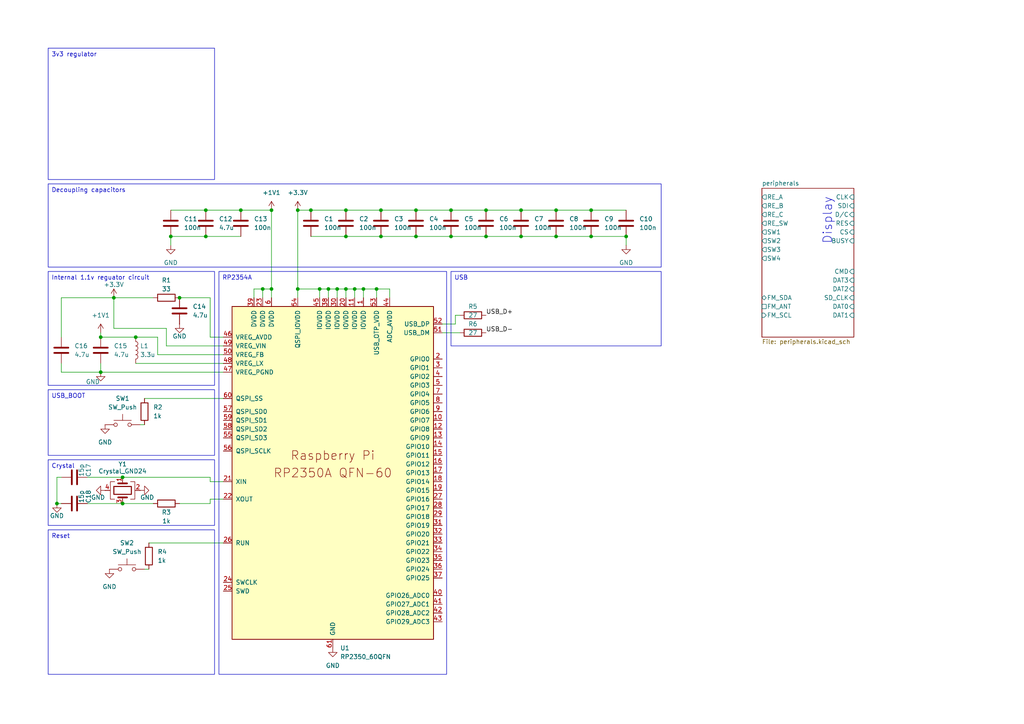
<source format=kicad_sch>
(kicad_sch (version 20250114) (generator "eeschema") (generator_version "9.0")
  (paper "A4")
  (title_block (title "miPi") (rev "0.1") (company "Christian Spînu"))
  (lib_symbols
    (symbol "Device:C" (pin_numbers (hide yes)) (pin_names (offset 0.254))
      (property "Reference" "C" (at 0.635 2.54 0))
      (property "Value" "C" (at 0.635 -2.54 0))
      (symbol "C_0_1"
        (polyline (pts (xy -2.032 0.762) (xy 2.032 0.762)) (stroke (width 0.508)))
        (polyline (pts (xy -2.032 -0.762) (xy 2.032 -0.762)) (stroke (width 0.508)))
      )
      (symbol "C_1_1"
        (pin passive line (at 0 3.81 270) (length 2.794) (name "~") (number "1"))
        (pin passive line (at 0 -3.81 90) (length 2.794) (name "~") (number "2"))
      )
    )
    (symbol "Device:Crystal_GND24" (pin_names (offset 1.016) (hide yes))
      (property "Reference" "Y" (at 3.175 5.08 0))
      (property "Value" "Crystal_GND24" (at 3.175 3.175 0))
      (symbol "Crystal_GND24_0_1"
        (polyline (pts (xy -2.54 2.286) (xy -2.54 3.556) (xy 2.54 3.556) (xy 2.54 2.286)))
        (polyline (pts (xy -2.54 0) (xy -2.032 0)))
        (polyline (pts (xy -2.54 -2.286) (xy -2.54 -3.556) (xy 2.54 -3.556) (xy 2.54 -2.286)))
        (polyline (pts (xy -2.032 -1.27) (xy -2.032 1.27)) (stroke (width 0.508)))
        (rectangle (start -1.143 2.54) (end 1.143 -2.54) (stroke (width 0.3048)))
        (polyline (pts (xy 0 3.556) (xy 0 3.81)))
        (polyline (pts (xy 0 -3.81) (xy 0 -3.556)))
        (polyline (pts (xy 2.032 0) (xy 2.54 0)))
        (polyline (pts (xy 2.032 -1.27) (xy 2.032 1.27)) (stroke (width 0.508)))
      )
      (symbol "Crystal_GND24_1_1"
        (pin passive line (at -3.81 0 0) (length 1.27) (name "1") (number "1"))
        (pin passive line (at 0 5.08 270) (length 1.27) (name "2") (number "2"))
        (pin passive line (at 0 -5.08 90) (length 1.27) (name "4") (number "4"))
        (pin passive line (at 3.81 0 180) (length 1.27) (name "3") (number "3"))
      )
    )
    (symbol "Device:L" (pin_numbers (hide yes)) (pin_names (offset 1.016) (hide yes))
      (property "Reference" "L" (at -1.27 0 90))
      (property "Value" "L" (at 1.905 0 90))
      (symbol "L_0_1"
        (arc (start 0 2.54) (mid 0.6323 1.905) (end 0 1.27))
        (arc (start 0 1.27) (mid 0.6323 0.635) (end 0 0))
        (arc (start 0 0) (mid 0.6323 -0.635) (end 0 -1.27))
        (arc (start 0 -1.27) (mid 0.6323 -1.905) (end 0 -2.54))
      )
      (symbol "L_1_1"
        (pin passive line (at 0 3.81 270) (length 1.27) (name "1") (number "1"))
        (pin passive line (at 0 -3.81 90) (length 1.27) (name "2") (number "2"))
      )
    )
    (symbol "Device:R" (pin_numbers (hide yes)) (pin_names (offset 0))
      (property "Reference" "R" (at 2.032 0 90))
      (property "Value" "R" (at 0 0 90))
      (symbol "R_0_1"
        (rectangle (start -1.016 -2.54) (end 1.016 2.54) (stroke (width 0.254)))
      )
      (symbol "R_1_1"
        (pin passive line (at 0 3.81 270) (length 1.27) (name "~") (number "1"))
        (pin passive line (at 0 -3.81 90) (length 1.27) (name "~") (number "2"))
      )
    )
    (symbol "Switch:SW_Push" (pin_numbers (hide yes)) (pin_names (offset 1.016) (hide yes))
      (property "Reference" "SW" (at 1.27 2.54 0))
      (property "Value" "SW_Push" (at 0 -1.524 0))
      (symbol "SW_Push_0_1"
        (circle (center -2.032 0) (radius 0.508))
        (polyline (pts (xy 0 1.27) (xy 0 3.048)))
        (circle (center 2.032 0) (radius 0.508))
        (polyline (pts (xy 2.54 1.27) (xy -2.54 1.27)))
        (pin passive line (at -5.08 0 0) (length 2.54) (name "1") (number "1"))
        (pin passive line (at 5.08 0 180) (length 2.54) (name "2") (number "2"))
      )
    )
    (symbol "USER Library:RP2350_60QFN" (pin_names (offset 1.016))
      (property "Reference" "U" (at -29.21 49.53 0))
      (property "Value" "RP2350_60QFN" (at 24.13 -49.53 0))
      (symbol "RP2350_60QFN_0_0"
        (text "Raspberry Pi" (at 0 5.08 0) (effects (font (size 2.54 2.54))))
      )
      (symbol "RP2350_60QFN_0_1"
        (rectangle (start 29.21 48.26) (end -29.21 -48.26) (stroke (width 0.254)) (fill (type background)))
      )
      (symbol "RP2350_60QFN_1_0"
        (text "RP2350A QFN-60" (at 0 0 0) (effects (font (size 2.54 2.54))))
      )
      (symbol "RP2350_60QFN_1_1"
        (pin power_in line (at -31.75 39.37 0) (length 2.54) (name "VREG_AVDD") (number "46"))
        (pin power_in line (at -31.75 36.83 0) (length 2.54) (name "VREG_VIN") (number "49"))
        (pin input line (at -31.75 34.29 0) (length 2.54) (name "VREG_FB") (number "50"))
        (pin power_out line (at -31.75 31.75 0) (length 2.54) (name "VREG_LX") (number "48"))
        (pin power_in line (at -31.75 29.21 0) (length 2.54) (name "VREG_PGND") (number "47"))
        (pin bidirectional line (at -31.75 21.59 0) (length 2.54) (name "QSPI_SS") (number "60"))
        (pin bidirectional line (at -31.75 17.78 0) (length 2.54) (name "QSPI_SD0") (number "57"))
        (pin bidirectional line (at -31.75 15.24 0) (length 2.54) (name "QSPI_SD1") (number "59"))
        (pin bidirectional line (at -31.75 12.7 0) (length 2.54) (name "QSPI_SD2") (number "58"))
        (pin bidirectional line (at -31.75 10.16 0) (length 2.54) (name "QSPI_SD3") (number "55"))
        (pin output line (at -31.75 6.35 0) (length 2.54) (name "QSPI_SCLK") (number "56"))
        (pin input line (at -31.75 -2.54 0) (length 2.54) (name "XIN") (number "21"))
        (pin passive line (at -31.75 -7.62 0) (length 2.54) (name "XOUT") (number "22"))
        (pin input line (at -31.75 -20.32 0) (length 2.54) (name "RUN") (number "26"))
        (pin output line (at -31.75 -31.75 0) (length 2.54) (name "SWCLK") (number "24"))
        (pin bidirectional line (at -31.75 -34.29 0) (length 2.54) (name "SWD") (number "25"))
        (pin power_in line (at -22.86 50.8 270) (length 2.54) (name "DVDD") (number "39"))
        (pin power_in line (at -20.32 50.8 270) (length 2.54) (name "DVDD") (number "23"))
        (pin power_in line (at -17.78 50.8 270) (length 2.54) (name "DVDD") (number "6"))
        (pin power_in line (at -10.16 50.8 270) (length 2.54) (name "QSPI_IOVDD") (number "54"))
        (pin power_in line (at -3.81 50.8 270) (length 2.54) (name "IOVDD") (number "45"))
        (pin power_in line (at -1.27 50.8 270) (length 2.54) (name "IOVDD") (number "38"))
        (pin power_in line (at 0 -50.8 90) (length 2.54) (name "GND") (number "61"))
        (pin power_in line (at 1.27 50.8 270) (length 2.54) (name "IOVDD") (number "30"))
        (pin power_in line (at 3.81 50.8 270) (length 2.54) (name "IOVDD") (number "20"))
        (pin power_in line (at 6.35 50.8 270) (length 2.54) (name "IOVDD") (number "11"))
        (pin power_in line (at 8.89 50.8 270) (length 2.54) (name "IOVDD") (number "1"))
        (pin power_in line (at 12.7 50.8 270) (length 2.54) (name "USB_OTP_VDD") (number "53"))
        (pin power_in line (at 16.51 50.8 270) (length 2.54) (name "ADC_AVDD") (number "44"))
        (pin bidirectional line (at 31.75 43.18 180) (length 2.54) (name "USB_DP") (number "52"))
        (pin bidirectional line (at 31.75 40.64 180) (length 2.54) (name "USB_DM") (number "51"))
        (pin bidirectional line (at 31.75 33.02 180) (length 2.54) (name "GPIO0") (number "2"))
        (pin bidirectional line (at 31.75 30.48 180) (length 2.54) (name "GPIO1") (number "3"))
        (pin bidirectional line (at 31.75 27.94 180) (length 2.54) (name "GPIO2") (number "4"))
        (pin bidirectional line (at 31.75 25.4 180) (length 2.54) (name "GPIO3") (number "5"))
        (pin bidirectional line (at 31.75 22.86 180) (length 2.54) (name "GPIO4") (number "7"))
        (pin bidirectional line (at 31.75 20.32 180) (length 2.54) (name "GPIO5") (number "8"))
        (pin bidirectional line (at 31.75 17.78 180) (length 2.54) (name "GPIO6") (number "9"))
        (pin bidirectional line (at 31.75 15.24 180) (length 2.54) (name "GPIO7") (number "10"))
        (pin bidirectional line (at 31.75 12.7 180) (length 2.54) (name "GPIO8") (number "12"))
        (pin bidirectional line (at 31.75 10.16 180) (length 2.54) (name "GPIO9") (number "13"))
        (pin bidirectional line (at 31.75 7.62 180) (length 2.54) (name "GPIO10") (number "14"))
        (pin bidirectional line (at 31.75 5.08 180) (length 2.54) (name "GPIO11") (number "15"))
        (pin bidirectional line (at 31.75 2.54 180) (length 2.54) (name "GPIO12") (number "16"))
        (pin bidirectional line (at 31.75 0 180) (length 2.54) (name "GPIO13") (number "17"))
        (pin bidirectional line (at 31.75 -2.54 180) (length 2.54) (name "GPIO14") (number "18"))
        (pin bidirectional line (at 31.75 -5.08 180) (length 2.54) (name "GPIO15") (number "19"))
        (pin bidirectional line (at 31.75 -7.62 180) (length 2.54) (name "GPIO16") (number "27"))
        (pin bidirectional line (at 31.75 -10.16 180) (length 2.54) (name "GPIO17") (number "28"))
        (pin bidirectional line (at 31.75 -12.7 180) (length 2.54) (name "GPIO18") (number "29"))
        (pin bidirectional line (at 31.75 -15.24 180) (length 2.54) (name "GPIO19") (number "31"))
        (pin bidirectional line (at 31.75 -17.78 180) (length 2.54) (name "GPIO20") (number "32"))
        (pin bidirectional line (at 31.75 -20.32 180) (length 2.54) (name "GPIO21") (number "33"))
        (pin bidirectional line (at 31.75 -22.86 180) (length 2.54) (name "GPIO22") (number "34"))
        (pin bidirectional line (at 31.75 -25.4 180) (length 2.54) (name "GPIO23") (number "35"))
        (pin bidirectional line (at 31.75 -27.94 180) (length 2.54) (name "GPIO24") (number "36"))
        (pin bidirectional line (at 31.75 -30.48 180) (length 2.54) (name "GPIO25") (number "37"))
        (pin bidirectional line (at 31.75 -35.56 180) (length 2.54) (name "GPIO26_ADC0") (number "40"))
        (pin bidirectional line (at 31.75 -38.1 180) (length 2.54) (name "GPIO27_ADC1") (number "41"))
        (pin bidirectional line (at 31.75 -40.64 180) (length 2.54) (name "GPIO28_ADC2") (number "42"))
        (pin bidirectional line (at 31.75 -43.18 180) (length 2.54) (name "GPIO29_ADC3") (number "43"))
      )
    )
    (symbol "power:+1V1" (power) (pin_numbers (hide yes)) (pin_names (offset 0) (hide yes))
      (property "Value" "+1V1" (at 0 3.556 0))
      (symbol "+1V1_0_1"
        (polyline (pts (xy -0.762 1.27) (xy 0 2.54)))
        (polyline (pts (xy 0 2.54) (xy 0.762 1.27)))
        (polyline (pts (xy 0 0) (xy 0 2.54)))
      )
      (symbol "+1V1_1_1"
        (pin power_in line (at 0 0 90) (length 0) (name "~") (number "1"))
      )
    )
    (symbol "power:+3.3V" (power) (pin_numbers (hide yes)) (pin_names (offset 0) (hide yes))
      (property "Value" "+3.3V" (at 0 3.556 0))
      (symbol "+3.3V_0_1"
        (polyline (pts (xy -0.762 1.27) (xy 0 2.54)))
        (polyline (pts (xy 0 2.54) (xy 0.762 1.27)))
        (polyline (pts (xy 0 0) (xy 0 2.54)))
      )
      (symbol "+3.3V_1_1"
        (pin power_in line (at 0 0 90) (length 0) (name "~") (number "1"))
      )
    )
    (symbol "power:GND" (power) (pin_numbers (hide yes)) (pin_names (offset 0) (hide yes))
      (property "Value" "GND" (at 0 -3.81 0))
      (symbol "GND_0_1"
        (polyline (pts (xy 0 0) (xy 0 -1.27) (xy 1.27 -1.27) (xy 0 -2.54) (xy -1.27 -1.27) (xy 0 -1.27)))
      )
      (symbol "GND_1_1"
        (pin power_in line (at 0 0 270) (length 0) (name "~") (number "1"))
      )
    )
  )
  (text "Display" (at 240.03 64.008 90) (effects (font (size 2.54 2.54))))
  (text_box "USB" (at 130.81 78.74 0) (size 60.96 21.59) (margins 0.9525 0.9525 0.9525 0.9525) (effects (font (size 1.27 1.27)) (justify left top)))
  (text_box "Decoupling capacitors" (at 13.97 53.34 0) (size 177.8 24.13) (margins 0.9525 0.9525 0.9525 0.9525) (effects (font (size 1.27 1.27)) (justify left top)))
  (text_box "USB_BOOT" (at 13.97 113.03 0) (size 48.26 19.05) (margins 0.9525 0.9525 0.9525 0.9525) (effects (font (size 1.27 1.27)) (justify left top)))
  (text_box "Crystal\n" (at 13.97 133.35 0) (size 48.26 19.05) (margins 0.9525 0.9525 0.9525 0.9525) (effects (font (size 1.27 1.27)) (justify left top)))
  (text_box "RP2354A" (at 63.5 78.74 0) (size 66.04 116.84) (margins 0.9525 0.9525 0.9525 0.9525) (effects (font (size 1.27 1.27)) (justify left top)))
  (text_box "3v3 regulator" (at 13.97 13.97 0) (size 48.26 38.1) (margins 0.9525 0.9525 0.9525 0.9525) (effects (font (size 1.27 1.27)) (justify left top)))
  (text_box "Internal 1.1v reguator circuit" (at 13.97 78.74 0) (size 48.26 33.02) (margins 0.9525 0.9525 0.9525 0.9525) (effects (font (size 1.27 1.27)) (justify left top)))
  (text_box "Reset" (at 13.97 153.67 0) (size 48.26 41.91) (margins 0.9525 0.9525 0.9525 0.9525) (effects (font (size 1.27 1.27)) (justify left top)))
  (junction (at 35.56 146.05))
  (junction (at 100.33 60.96))
  (junction (at 110.49 68.58))
  (junction (at 161.29 60.96))
  (junction (at 181.61 68.58))
  (junction (at 151.13 68.58))
  (junction (at 59.69 60.96))
  (junction (at 86.36 83.82))
  (junction (at 33.02 86.36))
  (junction (at 78.74 60.96))
  (junction (at 86.36 60.96))
  (junction (at 120.65 60.96))
  (junction (at 92.71 83.82))
  (junction (at 49.53 68.58))
  (junction (at 102.87 83.82))
  (junction (at 140.97 60.96))
  (junction (at 69.85 60.96))
  (junction (at 151.13 60.96))
  (junction (at 100.33 83.82))
  (junction (at 90.17 60.96))
  (junction (at 130.81 68.58))
  (junction (at 29.21 107.95))
  (junction (at 130.81 60.96))
  (junction (at 140.97 68.58))
  (junction (at 97.79 83.82))
  (junction (at 29.21 97.79))
  (junction (at 16.51 146.05))
  (junction (at 76.2 83.82))
  (junction (at 171.45 60.96))
  (junction (at 59.69 68.58))
  (junction (at 35.56 138.43))
  (junction (at 100.33 68.58))
  (junction (at 39.37 97.79))
  (junction (at 110.49 60.96))
  (junction (at 161.29 68.58))
  (junction (at 120.65 68.58))
  (junction (at 52.07 86.36))
  (junction (at 109.22 83.82))
  (junction (at 78.74 83.82))
  (junction (at 171.45 68.58))
  (junction (at 95.25 83.82))
  (junction (at 105.41 83.82))
  (wire (pts (xy 140.97 60.96) (xy 151.13 60.96)))
  (wire (pts (xy 48.26 100.33) (xy 64.77 100.33)))
  (wire (pts (xy 29.21 96.52) (xy 29.21 97.79)))
  (wire (pts (xy 64.77 139.7) (xy 60.96 139.7)))
  (wire (pts (xy 110.49 68.58) (xy 120.65 68.58)))
  (wire (pts (xy 49.53 60.96) (xy 59.69 60.96)))
  (wire (pts (xy 113.03 83.82) (xy 113.03 86.36)))
  (wire (pts (xy 100.33 83.82) (xy 97.79 83.82)))
  (wire (pts (xy 128.27 96.52) (xy 133.35 96.52)))
  (wire (pts (xy 29.21 107.95) (xy 29.21 105.41)))
  (wire (pts (xy 86.36 86.36) (xy 86.36 83.82)))
  (wire (pts (xy 43.18 157.48) (xy 64.77 157.48)))
  (wire (pts (xy 48.26 100.33) (xy 48.26 95.25)))
  (wire (pts (xy 45.72 102.87) (xy 64.77 102.87)))
  (wire (pts (xy 33.02 95.25) (xy 33.02 86.36)))
  (wire (pts (xy 105.41 83.82) (xy 109.22 83.82)))
  (wire (pts (xy 78.74 60.96) (xy 78.74 83.82)))
  (wire (pts (xy 95.25 83.82) (xy 97.79 83.82)))
  (wire (pts (xy 151.13 60.96) (xy 161.29 60.96)))
  (wire (pts (xy 95.25 83.82) (xy 95.25 86.36)))
  (wire (pts (xy 120.65 68.58) (xy 130.81 68.58)))
  (wire (pts (xy 52.07 86.36) (xy 60.96 86.36)))
  (wire (pts (xy 60.96 97.79) (xy 60.96 86.36)))
  (wire (pts (xy 181.61 68.58) (xy 181.61 71.12)))
  (wire (pts (xy 35.56 138.43) (xy 60.96 138.43)))
  (wire (pts (xy 102.87 86.36) (xy 102.87 83.82)))
  (wire (pts (xy 76.2 83.82) (xy 76.2 86.36)))
  (wire (pts (xy 16.51 146.05) (xy 17.78 146.05)))
  (wire (pts (xy 41.91 165.1) (xy 43.18 165.1)))
  (wire (pts (xy 17.78 107.95) (xy 17.78 105.41)))
  (wire (pts (xy 45.72 97.79) (xy 45.72 102.87)))
  (wire (pts (xy 161.29 60.96) (xy 171.45 60.96)))
  (wire (pts (xy 29.21 107.95) (xy 17.78 107.95)))
  (wire (pts (xy 25.4 138.43) (xy 35.56 138.43)))
  (wire (pts (xy 105.41 83.82) (xy 105.41 86.36)))
  (wire (pts (xy 64.77 144.78) (xy 60.96 144.78)))
  (wire (pts (xy 41.91 115.57) (xy 64.77 115.57)))
  (wire (pts (xy 102.87 83.82) (xy 100.33 83.82)))
  (wire (pts (xy 76.2 83.82) (xy 73.66 83.82)))
  (wire (pts (xy 130.81 68.58) (xy 140.97 68.58)))
  (wire (pts (xy 100.33 68.58) (xy 110.49 68.58)))
  (wire (pts (xy 132.08 91.44) (xy 132.08 93.98)))
  (wire (pts (xy 171.45 60.96) (xy 181.61 60.96)))
  (wire (pts (xy 60.96 97.79) (xy 64.77 97.79)))
  (wire (pts (xy 100.33 60.96) (xy 110.49 60.96)))
  (wire (pts (xy 140.97 68.58) (xy 151.13 68.58)))
  (wire (pts (xy 86.36 60.96) (xy 90.17 60.96)))
  (wire (pts (xy 78.74 83.82) (xy 76.2 83.82)))
  (wire (pts (xy 39.37 97.79) (xy 45.72 97.79)))
  (wire (pts (xy 49.53 68.58) (xy 49.53 71.12)))
  (wire (pts (xy 92.71 83.82) (xy 92.71 86.36)))
  (wire (pts (xy 90.17 60.96) (xy 100.33 60.96)))
  (wire (pts (xy 97.79 83.82) (xy 97.79 86.36)))
  (wire (pts (xy 16.51 138.43) (xy 16.51 146.05)))
  (wire (pts (xy 49.53 68.58) (xy 59.69 68.58)))
  (wire (pts (xy 48.26 95.25) (xy 33.02 95.25)))
  (wire (pts (xy 39.37 105.41) (xy 64.77 105.41)))
  (wire (pts (xy 110.49 60.96) (xy 120.65 60.96)))
  (wire (pts (xy 25.4 146.05) (xy 35.56 146.05)))
  (wire (pts (xy 151.13 68.58) (xy 161.29 68.58)))
  (wire (pts (xy 86.36 83.82) (xy 92.71 83.82)))
  (wire (pts (xy 40.64 123.19) (xy 41.91 123.19)))
  (wire (pts (xy 102.87 83.82) (xy 105.41 83.82)))
  (wire (pts (xy 44.45 86.36) (xy 33.02 86.36)))
  (wire (pts (xy 90.17 68.58) (xy 100.33 68.58)))
  (wire (pts (xy 60.96 139.7) (xy 60.96 138.43)))
  (wire (pts (xy 59.69 60.96) (xy 69.85 60.96)))
  (wire (pts (xy 29.21 107.95) (xy 64.77 107.95)))
  (wire (pts (xy 120.65 60.96) (xy 130.81 60.96)))
  (wire (pts (xy 60.96 144.78) (xy 60.96 146.05)))
  (wire (pts (xy 109.22 83.82) (xy 109.22 86.36)))
  (wire (pts (xy 161.29 68.58) (xy 171.45 68.58)))
  (wire (pts (xy 69.85 60.96) (xy 78.74 60.96)))
  (wire (pts (xy 17.78 138.43) (xy 16.51 138.43)))
  (wire (pts (xy 130.81 60.96) (xy 140.97 60.96)))
  (wire (pts (xy 17.78 86.36) (xy 17.78 97.79)))
  (wire (pts (xy 73.66 83.82) (xy 73.66 86.36)))
  (wire (pts (xy 92.71 83.82) (xy 95.25 83.82)))
  (wire (pts (xy 35.56 146.05) (xy 44.45 146.05)))
  (wire (pts (xy 52.07 146.05) (xy 60.96 146.05)))
  (wire (pts (xy 86.36 60.96) (xy 86.36 83.82)))
  (wire (pts (xy 171.45 68.58) (xy 181.61 68.58)))
  (wire (pts (xy 132.08 91.44) (xy 133.35 91.44)))
  (wire (pts (xy 109.22 83.82) (xy 113.03 83.82)))
  (wire (pts (xy 100.33 86.36) (xy 100.33 83.82)))
  (wire (pts (xy 33.02 86.36) (xy 17.78 86.36)))
  (wire (pts (xy 29.21 97.79) (xy 39.37 97.79)))
  (wire (pts (xy 132.08 93.98) (xy 128.27 93.98)))
  (wire (pts (xy 78.74 86.36) (xy 78.74 83.82)))
  (wire (pts (xy 59.69 68.58) (xy 69.85 68.58)))
  (label "USB_D+" (at 140.97 91.44 0))
  (label "USB_D-" (at 140.97 96.52 0))
  (symbol (lib_id "Switch:SW_Push") (at 35.56 123.19 0) (unit 1)
    (property "Reference" "SW1" (at 35.56 115.57 0))
    (property "Value" "SW_Push" (at 35.56 118.11 0))
    (property "Description" "Push button switch, generic, two pins" (effects (hide yes)))
  )
  (symbol (lib_id "Device:C") (at 52.07 90.17 0) (unit 1)
    (property "Reference" "C14" (at 55.88 88.8999 0) (effects (justify left)))
    (property "Value" "4.7u" (at 55.88 91.4399 0) (effects (justify left)))
    (property "Description" "Unpolarized capacitor" (effects (hide yes)))
  )
  (symbol (lib_id "Device:C") (at 49.53 64.77 0) (unit 1)
    (property "Reference" "C11" (at 53.34 63.4999 0) (effects (justify left)))
    (property "Value" "100n" (at 53.34 66.0399 0) (effects (justify left)))
    (property "Description" "Unpolarized capacitor" (effects (hide yes)))
  )
  (symbol (lib_id "power:GND") (at 40.64 142.24 90) (unit 1)
    (property "Reference" "#PWR010" (effects (hide yes)))
    (property "Value" "GND" (at 40.64 144.272 90) (effects (justify right)))
    (property "Description" "Power symbol creates a global label with name \"GND\" , ground" (effects (hide yes)))
  )
  (symbol (lib_id "Switch:SW_Push") (at 36.83 165.1 0) (unit 1)
    (property "Reference" "SW2" (at 36.83 157.48 0))
    (property "Value" "SW_Push" (at 36.83 160.02 0))
    (property "Description" "Push button switch, generic, two pins" (effects (hide yes)))
  )
  (symbol (lib_id "Device:C") (at 59.69 64.77 0) (unit 1)
    (property "Reference" "C12" (at 63.5 63.4999 0) (effects (justify left)))
    (property "Value" "4.7u" (at 63.5 66.0399 0) (effects (justify left)))
    (property "Description" "Unpolarized capacitor" (effects (hide yes)))
  )
  (symbol (lib_id "Device:C") (at 161.29 64.77 0) (unit 1)
    (property "Reference" "C8" (at 165.1 63.4999 0) (effects (justify left)))
    (property "Value" "100n" (at 165.1 66.0399 0) (effects (justify left)))
    (property "Description" "Unpolarized capacitor" (effects (hide yes)))
  )
  (symbol (lib_id "Device:R") (at 41.91 119.38 0) (unit 1)
    (property "Reference" "R2" (at 44.45 118.1099 0) (effects (justify left)))
    (property "Value" "1k" (at 44.45 120.6499 0) (effects (justify left)))
    (property "Description" "Resistor" (effects (hide yes)))
  )
  (symbol (lib_id "Device:Crystal_GND24") (at 35.56 142.24 270) (unit 1)
    (property "Reference" "Y1" (at 35.56 134.62 90))
    (property "Value" "Crystal_GND24" (at 35.56 136.652 90))
    (property "Description" "Four pin crystal, GND on pins 2 and 4" (effects (hide yes)))
  )
  (symbol (lib_id "Device:C") (at 21.59 138.43 270) (unit 1)
    (property "Reference" "C17" (at 25.654 136.398 0))
    (property "Value" "15p" (at 23.622 136.398 0))
    (property "Description" "Unpolarized capacitor" (effects (hide yes)))
  )
  (symbol (lib_id "Device:C") (at 130.81 64.77 0) (unit 1)
    (property "Reference" "C5" (at 134.62 63.4999 0) (effects (justify left)))
    (property "Value" "100n" (at 134.62 66.0399 0) (effects (justify left)))
    (property "Description" "Unpolarized capacitor" (effects (hide yes)))
  )
  (symbol (lib_id "Device:C") (at 120.65 64.77 0) (unit 1)
    (property "Reference" "C4" (at 124.46 63.4999 0) (effects (justify left)))
    (property "Value" "100n" (at 124.46 66.0399 0) (effects (justify left)))
    (property "Description" "Unpolarized capacitor" (effects (hide yes)))
  )
  (symbol (lib_id "Device:C") (at 69.85 64.77 0) (unit 1)
    (property "Reference" "C13" (at 73.66 63.4999 0) (effects (justify left)))
    (property "Value" "100n" (at 73.66 66.0399 0) (effects (justify left)))
    (property "Description" "Unpolarized capacitor" (effects (hide yes)))
  )
  (symbol (lib_id "Device:R") (at 137.16 96.52 90) (unit 1)
    (property "Reference" "R6" (at 137.16 93.98 90))
    (property "Value" "27" (at 137.16 96.52 90))
    (property "Description" "Resistor" (effects (hide yes)))
  )
  (symbol (lib_id "Device:R") (at 48.26 86.36 90) (unit 1)
    (property "Reference" "R1" (at 48.26 81.28 90))
    (property "Value" "33" (at 48.26 83.82 90))
    (property "Description" "Resistor" (effects (hide yes)))
  )
  (symbol (lib_id "power:GND") (at 31.75 165.1 0) (unit 1)
    (property "Reference" "#PWR014" (effects (hide yes)))
    (property "Value" "GND" (at 31.75 170.18 0))
    (property "Description" "Power symbol creates a global label with name \"GND\" , ground" (effects (hide yes)))
  )
  (symbol (lib_id "power:GND") (at 30.48 123.19 0) (unit 1)
    (property "Reference" "#PWR09" (effects (hide yes)))
    (property "Value" "GND" (at 30.48 128.27 0))
    (property "Description" "Power symbol creates a global label with name \"GND\" , ground" (effects (hide yes)))
  )
  (symbol (lib_id "power:+3.3V") (at 33.02 86.36 0) (unit 1)
    (property "Reference" "#PWR08" (effects (hide yes)))
    (property "Value" "+3.3V" (at 33.02 82.55 0))
    (property "Description" "Power symbol creates a global label with name \"+3.3V\"" (effects (hide yes)))
  )
  (symbol (lib_id "power:+1V1") (at 29.21 96.52 0) (unit 1)
    (property "Reference" "#PWR06" (effects (hide yes)))
    (property "Value" "+1V1" (at 29.21 91.44 0))
    (property "Description" "Power symbol creates a global label with name \"+1V1\"" (effects (hide yes)))
  )
  (symbol (lib_id "Device:C") (at 100.33 64.77 0) (unit 1)
    (property "Reference" "C2" (at 104.14 63.4999 0) (effects (justify left)))
    (property "Value" "100n" (at 104.14 66.0399 0) (effects (justify left)))
    (property "Description" "Unpolarized capacitor" (effects (hide yes)))
  )
  (symbol (lib_id "Device:C") (at 90.17 64.77 0) (unit 1)
    (property "Reference" "C1" (at 93.98 63.4999 0) (effects (justify left)))
    (property "Value" "100n" (at 93.98 66.0399 0) (effects (justify left)))
    (property "Description" "Unpolarized capacitor" (effects (hide yes)))
  )
  (symbol (lib_id "power:+1V1") (at 78.74 60.96 0) (unit 1)
    (property "Reference" "#PWR03" (effects (hide yes)))
    (property "Value" "+1V1" (at 78.74 55.88 0))
    (property "Description" "Power symbol creates a global label with name \"+1V1\"" (effects (hide yes)))
  )
  (symbol (lib_id "Device:C") (at 29.21 101.6 0) (unit 1)
    (property "Reference" "C15" (at 33.02 100.3299 0) (effects (justify left)))
    (property "Value" "4.7u" (at 33.02 102.8699 0) (effects (justify left)))
    (property "Description" "Unpolarized capacitor" (effects (hide yes)))
  )
  (symbol (lib_id "power:GND") (at 16.51 146.05 0) (unit 1)
    (property "Reference" "#PWR012" (effects (hide yes)))
    (property "Value" "GND" (at 16.51 149.606 0))
    (property "Description" "Power symbol creates a global label with name \"GND\" , ground" (effects (hide yes)))
  )
  (symbol (lib_id "Device:C") (at 151.13 64.77 0) (unit 1)
    (property "Reference" "C7" (at 154.94 63.4999 0) (effects (justify left)))
    (property "Value" "100n" (at 154.94 66.0399 0) (effects (justify left)))
    (property "Description" "Unpolarized capacitor" (effects (hide yes)))
  )
  (symbol (lib_id "Device:C") (at 171.45 64.77 0) (unit 1)
    (property "Reference" "C9" (at 175.26 63.4999 0) (effects (justify left)))
    (property "Value" "100n" (at 175.26 66.0399 0) (effects (justify left)))
    (property "Description" "Unpolarized capacitor" (effects (hide yes)))
  )
  (symbol (lib_id "Device:C") (at 17.78 101.6 0) (unit 1)
    (property "Reference" "C16" (at 21.59 100.3299 0) (effects (justify left)))
    (property "Value" "4.7u" (at 21.59 102.8699 0) (effects (justify left)))
    (property "Description" "Unpolarized capacitor" (effects (hide yes)))
  )
  (symbol (lib_id "Device:R") (at 137.16 91.44 90) (unit 1)
    (property "Reference" "R5" (at 137.16 88.9 90))
    (property "Value" "27" (at 137.16 91.44 90))
    (property "Description" "Resistor" (effects (hide yes)))
  )
  (symbol (lib_id "Device:C") (at 21.59 146.05 270) (unit 1)
    (property "Reference" "C18" (at 25.654 144.018 0))
    (property "Value" "15p" (at 23.622 144.018 0))
    (property "Description" "Unpolarized capacitor" (effects (hide yes)))
  )
  (symbol (lib_id "Device:L") (at 39.37 101.6 0) (unit 1)
    (property "Reference" "L1" (at 40.64 100.3299 0) (effects (justify left)))
    (property "Value" "3.3u" (at 40.64 102.8699 0) (effects (justify left)))
    (property "Description" "Inductor" (effects (hide yes)))
  )
  (symbol (lib_id "Device:C") (at 181.61 64.77 0) (unit 1)
    (property "Reference" "C10" (at 185.42 63.4999 0) (effects (justify left)))
    (property "Value" "100n" (at 185.42 66.0399 0) (effects (justify left)))
    (property "Description" "Unpolarized capacitor" (effects (hide yes)))
  )
  (symbol (lib_id "power:GND") (at 30.48 142.24 270) (unit 1)
    (property "Reference" "#PWR011" (effects (hide yes)))
    (property "Value" "GND" (at 30.48 144.272 90) (effects (justify right)))
    (property "Description" "Power symbol creates a global label with name \"GND\" , ground" (effects (hide yes)))
  )
  (symbol (lib_id "USER Library:RP2350_60QFN") (at 96.52 137.16 0) (unit 1)
    (property "Reference" "U1" (at 98.6633 187.96 0) (effects (justify left)))
    (property "Value" "RP2350_60QFN" (at 98.6633 190.5 0) (effects (justify left)))
    (property "Footprint" "RP2350_60QFN_minimal:RP2350-QFN-60-1EP_7x7_P0.4mm_EP3.4x3.4mm_ThermalVias" (effects (hide yes)))
  )
  (symbol (lib_id "power:+3.3V") (at 86.36 60.96 0) (unit 1)
    (property "Reference" "#PWR01" (effects (hide yes)))
    (property "Value" "+3.3V" (at 86.36 55.88 0))
    (property "Description" "Power symbol creates a global label with name \"+3.3V\"" (effects (hide yes)))
  )
  (symbol (lib_id "power:GND") (at 29.21 107.95 0) (unit 1)
    (property "Reference" "#PWR07" (effects (hide yes)))
    (property "Value" "GND" (at 26.924 110.744 0))
    (property "Description" "Power symbol creates a global label with name \"GND\" , ground" (effects (hide yes)))
  )
  (symbol (lib_id "Device:C") (at 140.97 64.77 0) (unit 1)
    (property "Reference" "C6" (at 144.78 63.4999 0) (effects (justify left)))
    (property "Value" "100n" (at 144.78 66.0399 0) (effects (justify left)))
    (property "Description" "Unpolarized capacitor" (effects (hide yes)))
  )
  (symbol (lib_id "Device:C") (at 110.49 64.77 0) (unit 1)
    (property "Reference" "C3" (at 114.3 63.4999 0) (effects (justify left)))
    (property "Value" "100n" (at 114.3 66.0399 0) (effects (justify left)))
    (property "Description" "Unpolarized capacitor" (effects (hide yes)))
  )
  (symbol (lib_id "Device:R") (at 48.26 146.05 270) (unit 1)
    (property "Reference" "R3" (at 48.26 148.59 90))
    (property "Value" "1k" (at 48.26 151.13 90))
    (property "Description" "Resistor" (effects (hide yes)))
  )
  (symbol (lib_id "power:GND") (at 49.53 71.12 0) (unit 1)
    (property "Reference" "#PWR04" (effects (hide yes)))
    (property "Value" "GND" (at 49.53 76.2 0))
    (property "Description" "Power symbol creates a global label with name \"GND\" , ground" (effects (hide yes)))
  )
  (symbol (lib_id "power:GND") (at 52.07 93.98 0) (unit 1)
    (property "Reference" "#PWR05" (effects (hide yes)))
    (property "Value" "GND" (at 52.07 97.536 0))
    (property "Description" "Power symbol creates a global label with name \"GND\" , ground" (effects (hide yes)))
  )
  (symbol (lib_id "power:GND") (at 181.61 71.12 0) (unit 1)
    (property "Reference" "#PWR02" (effects (hide yes)))
    (property "Value" "GND" (at 181.61 76.2 0))
    (property "Description" "Power symbol creates a global label with name \"GND\" , ground" (effects (hide yes)))
  )
  (symbol (lib_id "Device:R") (at 43.18 161.29 0) (unit 1)
    (property "Reference" "R4" (at 45.72 160.0199 0) (effects (justify left)))
    (property "Value" "1k" (at 45.72 162.5599 0) (effects (justify left)))
    (property "Description" "Resistor" (effects (hide yes)))
  )
  (symbol (lib_id "power:GND") (at 96.52 187.96 0) (unit 1)
    (property "Reference" "#PWR013" (effects (hide yes)))
    (property "Value" "GND" (at 96.52 193.04 0))
    (property "Description" "Power symbol creates a global label with name \"GND\" , ground" (effects (hide yes)))
  )
  (sheet (at 220.98 54.61) (size 26.67 43.18) (stroke (width 0.1524))
    (property "Sheetname" "peripherals" (at 220.98 53.8984 0) (effects (justify left bottom)))
    (property "Sheetfile" "peripherals.kicad_sch" (at 220.98 98.3746 0) (effects (justify left top)))
    (pin "BUSY" input (at 247.65 69.85 0))
    (pin "CS" input (at 247.65 67.31 0))
    (pin "RES" input (at 247.65 64.77 0))
    (pin "D{slash}C" input (at 247.65 62.23 0))
    (pin "SDI" input (at 247.65 59.69 0))
    (pin "CLK" input (at 247.65 57.15 0))
    (pin "CMD" input (at 247.65 78.74 0))
    (pin "DAT3" input (at 247.65 81.28 0))
    (pin "DAT2" input (at 247.65 83.82 0))
    (pin "SD_CLK" input (at 247.65 86.36 0))
    (pin "DAT0" input (at 247.65 88.9 0))
    (pin "DAT1" input (at 247.65 91.44 0))
    (pin "RE_B" output (at 220.98 59.69 180))
    (pin "SW1" output (at 220.98 67.31 180))
    (pin "RE_A" output (at 220.98 57.15 180))
    (pin "RE_SW" output (at 220.98 64.77 180))
    (pin "RE_C" output (at 220.98 62.23 180))
    (pin "SW2" output (at 220.98 69.85 180))
    (pin "SW4" output (at 220.98 74.93 180))
    (pin "SW3" output (at 220.98 72.39 180))
    (pin "FM_SCL" input (at 220.98 91.44 180))
    (pin "FM_ANT" passive (at 220.98 88.9 180))
    (pin "FM_SDA" bidirectional (at 220.98 86.36 180))
  )
)
</source>
